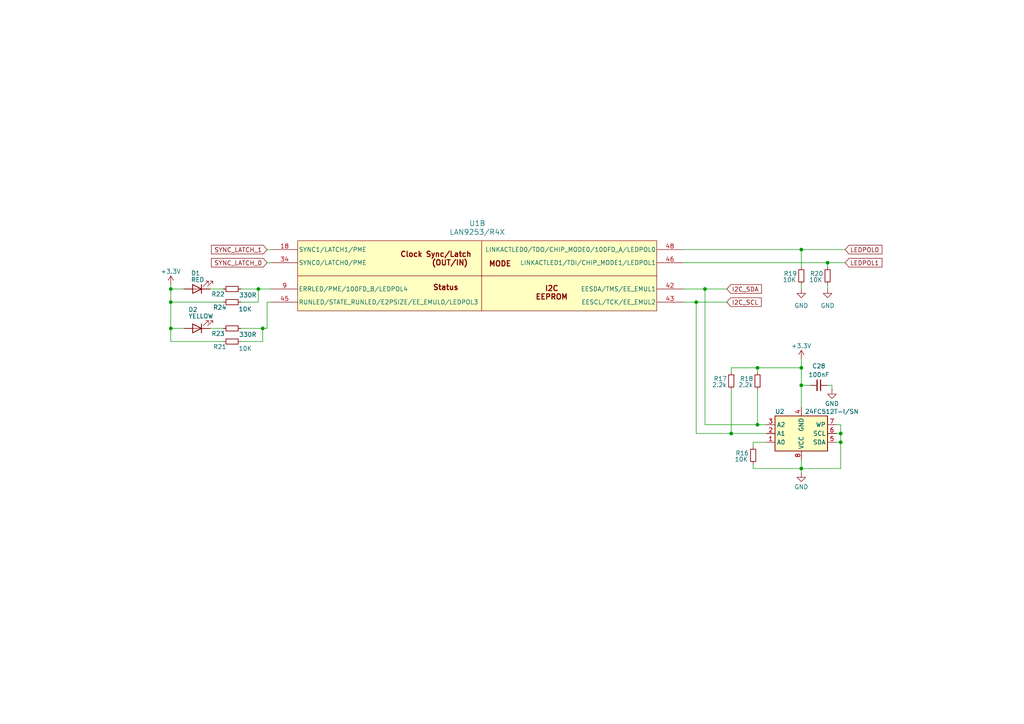
<source format=kicad_sch>
(kicad_sch (version 20231120) (generator "eeschema") (generator_version "8.0")
  (paper "A4")
  (lib_symbols
    (symbol "470_specific_microchip:LAN9253_R4X" (pin_names (offset 0.254))
      (property "Reference" "U" (at -38.1 29.464 0))
      (property "Value" "LAN9253/R4X" (at -30.226 -31.242 0))
      (symbol "LAN9253_R4X_1_1"
        (rectangle (start -38.1 27.94) (end 38.1 -29.21) (fill (type background)))
        (polyline (pts (xy 0 -7.62) (xy 38.1 -7.62)))
        (polyline (pts (xy 38.1 13.97) (xy -38.1 13.97)))
        (polyline (pts (xy -38.1 -3.81) (xy 0 -3.81) (xy 0 13.97)))
        (polyline (pts (xy 0 -2.54) (xy 0 -29.21) (xy -38.1 -29.21)))
        (text "INT PORT1" (at 15.748 3.556 0) (effects (font (size 1.524 1.524) (thickness 0.3048) (bold yes))))
        (text "INT PORT2" (at 15.24 -19.05 0) (effects (font (size 1.524 1.524) (thickness 0.3048) (bold yes))))
        (text "OCS" (at -14.224 5.08 0) (effects (font (size 1.524 1.524) (thickness 0.3048) (bold yes))))
        (text "OTHER \nSIGNALS" (at -13.462 -12.954 0) (effects (font (size 1.524 1.524) (thickness 0.3048) (bold yes))))
        (text "POWER" (at -35.306 20.574 900) (effects (font (size 1.524 1.524) (thickness 0.3048) (bold yes))))
        (pin input line (at -45.72 7.62 0) (length 7.62) (name "OSCI") (number "1"))
        (pin bidirectional line (at -45.72 -15.24 0) (length 7.62) (name "RST#") (number "11"))
        (pin power_in line (at -5.08 35.56 270) (length 7.62) (name "VDDIO") (number "14"))
        (pin output line (at -45.72 3.81 0) (length 7.62) (name "OSCO") (number "2"))
        (pin power_in line (at -2.54 35.56 270) (length 7.62) (name "VDDIO") (number "20"))
        (pin power_in line (at 15.24 35.56 270) (length 7.62) (name "VDDCR") (number "24"))
        (pin power_in line (at -45.72 11.43 0) (length 7.62) (name "OSCVDD12") (number "3"))
        (pin power_in line (at 0 35.56 270) (length 7.62) (name "VDDIO") (number "32"))
        (pin power_in line (at 2.54 35.56 270) (length 7.62) (name "VDDIO") (number "37"))
        (pin power_in line (at 17.78 35.56 270) (length 7.62) (name "VDDCR") (number "38"))
        (pin power_out line (at -45.72 0 0) (length 7.62) (name "OSCVSS") (number "4"))
        (pin input line (at -45.72 -26.67 0) (length 7.62) (name "TESTMODE") (number "41"))
        (pin bidirectional line (at -45.72 -19.05 0) (length 7.62) (name "IRQ/LATCH1") (number "44"))
        (pin power_in line (at 5.08 35.56 270) (length 7.62) (name "VDDIO") (number "47"))
        (pin power_in line (at -12.7 35.56 270) (length 7.62) (name "VDD33") (number "5"))
        (pin power_in line (at -30.48 35.56 270) (length 7.62) (name "VDD33TXRX1") (number "51"))
        (pin unspecified line (at 45.72 7.62 180) (length 7.62) (name "TNXA") (number "52"))
        (pin unspecified line (at 45.72 5.08 180) (length 7.62) (name "TXPA") (number "53"))
        (pin unspecified line (at 45.72 2.54 180) (length 7.62) (name "RXNA") (number "54"))
        (pin unspecified line (at 45.72 0 180) (length 7.62) (name "RXPA") (number "55"))
        (pin power_in line (at 25.4 35.56 270) (length 7.62) (name "VDD12TX1") (number "56"))
        (pin unspecified line (at -45.72 -11.43 0) (length 7.62) (name "RBIAS") (number "57"))
        (pin power_in line (at -20.32 35.56 270) (length 7.62) (name "VDD33BIAS") (number "58"))
        (pin power_in line (at 27.94 35.56 270) (length 7.62) (name "VDD12TX2") (number "59"))
        (pin power_in line (at 12.7 35.56 270) (length 7.62) (name "VDDCR") (number "6"))
        (pin unspecified line (at 45.72 -22.86 180) (length 7.62) (name "RXPB") (number "60"))
        (pin unspecified line (at 45.72 -20.32 180) (length 7.62) (name "RXNB") (number "61"))
        (pin unspecified line (at 45.72 -17.78 180) (length 7.62) (name "TXPB") (number "62"))
        (pin unspecified line (at 45.72 -15.24 180) (length 7.62) (name "TXNB") (number "63"))
        (pin power_in line (at -27.94 35.56 270) (length 7.62) (name "VDD33TXRX2") (number "64"))
        (pin power_out line (at 35.56 35.56 270) (length 7.62) (name "GND") (number "65"))
        (pin unspecified line (at -45.72 -7.62 0) (length 7.62) (name "REG_EN") (number "7"))
        (pin bidirectional line (at -45.72 -22.86 0) (length 7.62) (name "CLK_25/CLK_25_EN/XTAL_MODE") (number "8"))
      )
      (symbol "LAN9253_R4X_2_1"
        (rectangle (start -53.34 10.16) (end 50.8 -10.16) (fill (type background)))
        (polyline (pts (xy -53.34 0) (xy 50.8 0)))
        (polyline (pts (xy 0 10.16) (xy 0 -10.16)))
        (text "Clock Sync/Latch \n      (OUT/IN)" (at -12.7 5.08 0) (effects (font (size 1.524 1.524) (thickness 0.3048) (bold yes))))
        (text "I2C\nEEPROM" (at 20.32 -4.826 0) (effects (font (size 1.524 1.524) (thickness 0.3048) (bold yes))))
        (text "MODE" (at 5.334 3.556 0) (effects (font (size 1.524 1.524) (thickness 0.3048) (bold yes))))
        (text "Status" (at -10.414 -3.302 0) (effects (font (size 1.524 1.524) (thickness 0.3048) (bold yes))))
        (pin bidirectional line (at -60.96 7.62 0) (length 7.62) (name "SYNC1/LATCH1/PME") (number "18"))
        (pin bidirectional line (at -60.96 3.81 0) (length 7.62) (name "SYNC0/LATCH0/PME") (number "34"))
        (pin bidirectional line (at 58.42 -3.81 180) (length 7.62) (name "EESDA/TMS/EE_EMUL1") (number "42"))
        (pin bidirectional line (at 58.42 -7.62 180) (length 7.62) (name "EESCL/TCK/EE_EMUL2") (number "43"))
        (pin bidirectional line (at -60.96 -7.62 0) (length 7.62) (name "RUNLED/STATE_RUNLED/E2PSIZE/EE_EMUL0/LEDPOL3") (number "45"))
        (pin bidirectional line (at 58.42 3.81 180) (length 7.62) (name "LINKACTLED1/TDI/CHIP_MODE1/LEDPOL1") (number "46"))
        (pin bidirectional line (at 58.42 7.62 180) (length 7.62) (name "LINKACTLED0/TDO/CHIP_MODE0/100FD_A/LEDPOL0") (number "48"))
        (pin bidirectional line (at -60.96 -3.81 0) (length 7.62) (name "ERRLED/PME/100FD_B/LEDPOL4") (number "9"))
      )
      (symbol "LAN9253_R4X_3_1"
        (rectangle (start -45.72 -11.43) (end 0 -24.13))
        (rectangle (start -45.72 19.05) (end 44.45 -24.13) (fill (type background)))
        (rectangle (start -7.62 19.05) (end -45.72 -6.35))
        (text "DNP" (at -27.0897 -13.8086 0) (effects (font (size 1.524 1.524) (thickness 0.3048) (bold yes))))
        (text "SPI" (at -27.432 -3.048 0) (effects (font (size 1.524 1.524) (thickness 0.3048) (bold yes))))
        (pin bidirectional line (at -53.34 -20.32 0) (length 7.62) (name "WAIT_ACK/PME/LATCH0//EE_EMUL_SPI3") (number "10"))
        (pin bidirectional line (at -53.34 13.97 0) (length 7.62) (name "D2/AD2/SOF/SIO2/EE_EMUL_SPI0") (number "12"))
        (pin bidirectional line (at -53.34 11.43 0) (length 7.62) (name "D1/AD1/EOF/SO/SIO1") (number "13"))
        (pin bidirectional line (at 52.07 -3.81 180) (length 7.62) (name "D14/AD14/DIGIO8/GPI8/GPO8/MII_TXD3/TX_SHIFT1") (number "15"))
        (pin bidirectional line (at 52.07 16.51 180) (length 7.62) (name "D13/AD13/DIGIO7/GPI7/GPO7/MII_TXD2/TX_SHIFT0") (number "16"))
        (pin bidirectional line (at -53.34 8.89 0) (length 7.62) (name "D0/AD0/WD_STATE/SI/SIO0") (number "17"))
        (pin bidirectional line (at -53.34 3.81 0) (length 7.62) (name "D9/AD9/LATCH_IN/SCK") (number "19"))
        (pin bidirectional line (at 52.07 13.97 180) (length 7.62) (name "D12/AD12/DIGIO6/GPI6/GPO6/MII_TXD1/100FD_B") (number "21"))
        (pin bidirectional line (at 52.07 11.43 180) (length 7.62) (name "D11/AD11/DIGIO5/GPI5/GPO5/MII_TXD0/100FD_A") (number "22"))
        (pin bidirectional line (at 52.07 8.89 180) (length 7.62) (name "D10/AD10/DIGIO4/GPI4/GPO4/MII_TXEN") (number "23"))
        (pin bidirectional line (at -53.34 -17.78 0) (length 7.62) (name "A1/ALELO/OE_EXT/MII_CLK25//EE_EMUL_SPI2") (number "25"))
        (pin bidirectional line (at 52.07 -11.43 180) (length 7.62) (name "A3/BE0/DIGIO11/GPI11/GPO11/MII_RXDV") (number "26"))
        (pin bidirectional line (at 52.07 -13.97 180) (length 7.62) (name "A4/BE1/DIGIO12/GPI12/GPO12/MII_RXD0") (number "27"))
        (pin bidirectional line (at 52.07 -16.51 180) (length 7.62) (name "CS/DIGIO13/GPI13/GPO13/MII_RXD1") (number "28"))
        (pin bidirectional line (at 52.07 -8.89 180) (length 7.62) (name "A2/ALEHI/DIGIO10/GPI10/GPO10/LINKACTLED2/EE_EMUL_ALELO_POL/MII_LINKPOL/LEDPOL2") (number "29"))
        (pin bidirectional line (at 52.07 -19.05 180) (length 7.62) (name "WR/ENB/DIGIO14/GPI14/GPO14/MII_RXD2") (number "30"))
        (pin bidirectional line (at 52.07 -21.59 180) (length 7.62) (name "RD/RD_WR/DIGIO15/GPI15/GPO15/MII_RXD3") (number "31"))
        (pin bidirectional line (at 52.07 -6.35 180) (length 7.62) (name "A0/D15/AD15/DIGIO9/GPI9/GPO9/MII_RXER") (number "33"))
        (pin bidirectional line (at -53.34 16.51 0) (length 7.62) (name "D3/AD3/WD_TRIG/SIO3/EE_EMUL_SPI1") (number "35"))
        (pin bidirectional line (at 52.07 -1.27 180) (length 7.62) (name "D6/AD6/DIGIO0/GPI0/GPO0/MII_RXCLK") (number "36"))
        (pin bidirectional line (at 52.07 1.27 180) (length 7.62) (name "D7/AD7/DIGIO1/GPI1/GPO1/MII_MDC") (number "39"))
        (pin bidirectional line (at 52.07 3.81 180) (length 7.62) (name "D8/AD8/DIGIO2/GPI2/GPO2/MII_MDIO") (number "40"))
        (pin bidirectional line (at 52.07 6.35 180) (length 7.62) (name "D4/AD4/DIGIO3/GPI3/GPO3/MII_LINK") (number "49"))
        (pin bidirectional line (at -53.34 6.35 0) (length 7.62) (name "D5/AD5/OUTVALID/SCS#") (number "50"))
      )
    )
    (symbol "Device:C_Small" (pin_numbers hide) (pin_names (offset 0.254) hide)
      (property "Reference" "C" (at 0.254 1.778 0))
      (property "Value" "C_Small" (at 0.254 -2.032 0))
      (symbol "C_Small_0_1"
        (polyline (pts (xy -1.524 -0.508) (xy 1.524 -0.508)) (stroke (width 0.3302)))
        (polyline (pts (xy -1.524 0.508) (xy 1.524 0.508)) (stroke (width 0.3048)))
      )
      (symbol "C_Small_1_1"
        (pin passive line (at 0 2.54 270) (length 2.032) (name "~") (number "1"))
        (pin passive line (at 0 -2.54 90) (length 2.032) (name "~") (number "2"))
      )
    )
    (symbol "Device:LED" (pin_numbers hide) (pin_names (offset 1.016) hide)
      (property "Reference" "D" (at 0 2.54 0))
      (property "Value" "LED" (at 0 -2.54 0))
      (symbol "LED_0_1"
        (polyline (pts (xy -1.27 -1.27) (xy -1.27 1.27)) (stroke (width 0.254)))
        (polyline (pts (xy -1.27 0) (xy 1.27 0)))
        (polyline (pts (xy 1.27 -1.27) (xy 1.27 1.27) (xy -1.27 0) (xy 1.27 -1.27)) (stroke (width 0.254)))
        (polyline (pts (xy -3.048 -0.762) (xy -4.572 -2.286) (xy -3.81 -2.286) (xy -4.572 -2.286) (xy -4.572 -1.524)))
        (polyline (pts (xy -1.778 -0.762) (xy -3.302 -2.286) (xy -2.54 -2.286) (xy -3.302 -2.286) (xy -3.302 -1.524)))
      )
      (symbol "LED_1_1"
        (pin passive line (at -3.81 0 0) (length 2.54) (name "K") (number "1"))
        (pin passive line (at 3.81 0 180) (length 2.54) (name "A") (number "2"))
      )
    )
    (symbol "Device:R_Small" (pin_numbers hide) (pin_names (offset 0.254) hide)
      (property "Reference" "R" (at 0.762 0.508 0))
      (property "Value" "R_Small" (at 0.762 -1.016 0))
      (symbol "R_Small_0_1"
        (rectangle (start -0.762 1.778) (end 0.762 -1.778) (stroke (width 0.2032)))
      )
      (symbol "R_Small_1_1"
        (pin passive line (at 0 2.54 270) (length 0.762) (name "~") (number "1"))
        (pin passive line (at 0 -2.54 90) (length 0.762) (name "~") (number "2"))
      )
    )
    (symbol "Memory_EEPROM:AT24CS01-MAHM"
      (property "Reference" "U" (at -7.62 6.35 0))
      (property "Value" "AT24CS01-MAHM" (at 2.54 -6.35 0))
      (symbol "AT24CS01-MAHM_1_1"
        (rectangle (start -7.62 5.08) (end 7.62 -5.08) (stroke (width 0.254)) (fill (type background)))
        (pin input line (at -10.16 2.54 0) (length 2.54) (name "A0") (number "1"))
        (pin input line (at -10.16 0 0) (length 2.54) (name "A1") (number "2"))
        (pin input line (at -10.16 -2.54 0) (length 2.54) (name "A2") (number "3"))
        (pin power_in line (at 0 -7.62 90) (length 2.54) (name "GND") (number "4"))
        (pin bidirectional line (at 10.16 2.54 180) (length 2.54) (name "SDA") (number "5"))
        (pin input line (at 10.16 0 180) (length 2.54) (name "SCL") (number "6"))
        (pin input line (at 10.16 -2.54 180) (length 2.54) (name "WP") (number "7"))
        (pin power_in line (at 0 7.62 270) (length 2.54) (name "VCC") (number "8"))
      )
    )
    (symbol "power:+3.3V" (power) (pin_numbers hide) (pin_names (offset 0) hide)
      (property "Value" "+3.3V" (at 0 3.556 0))
      (symbol "+3.3V_0_1"
        (polyline (pts (xy -0.762 1.27) (xy 0 2.54)))
        (polyline (pts (xy 0 0) (xy 0 2.54)))
        (polyline (pts (xy 0 2.54) (xy 0.762 1.27)))
      )
      (symbol "+3.3V_1_1"
        (pin power_in line (at 0 0 90) (length 0) (name "~") (number "1"))
      )
    )
    (symbol "power:GND" (power) (pin_numbers hide) (pin_names (offset 0) hide)
      (property "Value" "GND" (at 0 -3.81 0))
      (symbol "GND_0_1"
        (polyline (pts (xy 0 0) (xy 0 -1.27) (xy 1.27 -1.27) (xy 0 -2.54) (xy -1.27 -1.27) (xy 0 -1.27)))
      )
      (symbol "GND_1_1"
        (pin power_in line (at 0 0 270) (length 0) (name "~") (number "1"))
      )
    )
  )
  (junction (at 204.47 83.82))
  (junction (at 201.93 87.63))
  (junction (at 232.41 106.68))
  (junction (at 212.09 125.73))
  (junction (at 232.41 72.39))
  (junction (at 243.84 125.73))
  (junction (at 219.71 123.19))
  (junction (at 232.41 135.89))
  (junction (at 219.71 106.68))
  (junction (at 76.2 95.25))
  (junction (at 49.53 83.82))
  (junction (at 49.53 95.25))
  (junction (at 49.53 87.63))
  (junction (at 240.03 76.2))
  (junction (at 232.41 111.76))
  (junction (at 243.84 128.27))
  (junction (at 74.93 83.82))
  (wire (pts (xy 212.09 113.03) (xy 212.09 125.73)))
  (wire (pts (xy 243.84 123.19) (xy 243.84 125.73)))
  (wire (pts (xy 77.47 95.25) (xy 77.47 87.63)))
  (wire (pts (xy 60.96 83.82) (xy 64.77 83.82)))
  (wire (pts (xy 69.85 95.25) (xy 76.2 95.25)))
  (wire (pts (xy 243.84 128.27) (xy 242.57 128.27)))
  (wire (pts (xy 76.2 99.06) (xy 69.85 99.06)))
  (wire (pts (xy 204.47 123.19) (xy 219.71 123.19)))
  (wire (pts (xy 204.47 83.82) (xy 210.82 83.82)))
  (wire (pts (xy 243.84 125.73) (xy 243.84 128.27)))
  (wire (pts (xy 198.12 76.2) (xy 240.03 76.2)))
  (wire (pts (xy 218.44 128.27) (xy 218.44 129.54)))
  (wire (pts (xy 232.41 133.35) (xy 232.41 135.89)))
  (wire (pts (xy 49.53 82.55) (xy 49.53 83.82)))
  (wire (pts (xy 74.93 83.82) (xy 78.74 83.82)))
  (wire (pts (xy 64.77 99.06) (xy 49.53 99.06)))
  (wire (pts (xy 242.57 123.19) (xy 243.84 123.19)))
  (wire (pts (xy 232.41 82.55) (xy 232.41 83.82)))
  (wire (pts (xy 77.47 72.39) (xy 78.74 72.39)))
  (wire (pts (xy 49.53 87.63) (xy 49.53 95.25)))
  (wire (pts (xy 212.09 107.95) (xy 212.09 106.68)))
  (wire (pts (xy 198.12 83.82) (xy 204.47 83.82)))
  (wire (pts (xy 49.53 99.06) (xy 49.53 95.25)))
  (wire (pts (xy 219.71 113.03) (xy 219.71 123.19)))
  (wire (pts (xy 232.41 111.76) (xy 234.95 111.76)))
  (wire (pts (xy 219.71 107.95) (xy 219.71 106.68)))
  (wire (pts (xy 198.12 87.63) (xy 201.93 87.63)))
  (wire (pts (xy 240.03 82.55) (xy 240.03 83.82)))
  (wire (pts (xy 77.47 95.25) (xy 76.2 95.25)))
  (wire (pts (xy 240.03 111.76) (xy 241.3 111.76)))
  (wire (pts (xy 198.12 72.39) (xy 232.41 72.39)))
  (wire (pts (xy 77.47 87.63) (xy 78.74 87.63)))
  (wire (pts (xy 222.25 128.27) (xy 218.44 128.27)))
  (wire (pts (xy 218.44 135.89) (xy 232.41 135.89)))
  (wire (pts (xy 219.71 106.68) (xy 232.41 106.68)))
  (wire (pts (xy 74.93 87.63) (xy 74.93 83.82)))
  (wire (pts (xy 204.47 83.82) (xy 204.47 123.19)))
  (wire (pts (xy 232.41 118.11) (xy 232.41 111.76)))
  (wire (pts (xy 241.3 111.76) (xy 241.3 113.03)))
  (wire (pts (xy 243.84 128.27) (xy 243.84 135.89)))
  (wire (pts (xy 49.53 87.63) (xy 49.53 83.82)))
  (wire (pts (xy 64.77 87.63) (xy 49.53 87.63)))
  (wire (pts (xy 243.84 125.73) (xy 242.57 125.73)))
  (wire (pts (xy 49.53 95.25) (xy 53.34 95.25)))
  (wire (pts (xy 232.41 72.39) (xy 245.11 72.39)))
  (wire (pts (xy 240.03 76.2) (xy 240.03 77.47)))
  (wire (pts (xy 77.47 76.2) (xy 78.74 76.2)))
  (wire (pts (xy 232.41 135.89) (xy 232.41 137.16)))
  (wire (pts (xy 232.41 104.14) (xy 232.41 106.68)))
  (wire (pts (xy 212.09 125.73) (xy 222.25 125.73)))
  (wire (pts (xy 76.2 95.25) (xy 76.2 99.06)))
  (wire (pts (xy 219.71 123.19) (xy 222.25 123.19)))
  (wire (pts (xy 232.41 106.68) (xy 232.41 111.76)))
  (wire (pts (xy 232.41 72.39) (xy 232.41 77.47)))
  (wire (pts (xy 69.85 87.63) (xy 74.93 87.63)))
  (wire (pts (xy 201.93 87.63) (xy 201.93 125.73)))
  (wire (pts (xy 201.93 87.63) (xy 210.82 87.63)))
  (wire (pts (xy 60.96 95.25) (xy 64.77 95.25)))
  (wire (pts (xy 69.85 83.82) (xy 74.93 83.82)))
  (wire (pts (xy 240.03 76.2) (xy 245.11 76.2)))
  (wire (pts (xy 212.09 106.68) (xy 219.71 106.68)))
  (wire (pts (xy 218.44 134.62) (xy 218.44 135.89)))
  (wire (pts (xy 49.53 83.82) (xy 53.34 83.82)))
  (wire (pts (xy 201.93 125.73) (xy 212.09 125.73)))
  (wire (pts (xy 243.84 135.89) (xy 232.41 135.89)))
  (global_label "I2C_SCL" (shape input) (at 210.82 87.63 0) (property "Intersheetrefs" "${INTERSHEET_REFS}" (effects (hide yes))))
  (global_label "SYNC_LATCH_1" (shape input) (at 77.47 72.39 180) (property "Intersheetrefs" "${INTERSHEET_REFS}" (effects (hide yes))))
  (global_label "LEDPOL0" (shape input) (at 245.11 72.39 0) (property "Intersheetrefs" "${INTERSHEET_REFS}" (effects (hide yes))))
  (global_label "LEDPOL1" (shape input) (at 245.11 76.2 0) (property "Intersheetrefs" "${INTERSHEET_REFS}" (effects (hide yes))))
  (global_label "I2C_SDA" (shape input) (at 210.82 83.82 0) (property "Intersheetrefs" "${INTERSHEET_REFS}" (effects (hide yes))))
  (global_label "SYNC_LATCH_0" (shape input) (at 77.47 76.2 180) (property "Intersheetrefs" "${INTERSHEET_REFS}" (effects (hide yes))))
  (symbol (lib_id "Device:LED") (at 57.15 95.25 180) (unit 1)
    (property "Reference" "D2" (at 54.61 89.789 0) (effects (justify right)))
    (property "Value" "YELLOW" (at 54.61 91.694 0) (effects (justify right)))
    (property "Footprint" "LED_SMD:LED_0603_1608Metric_Pad1.05x0.95mm_HandSolder" (effects (hide yes)))
    (property "Man" "Lite-on" (effects (hide yes)))
    (property "Man No" "LTST-C191KSKT" (effects (hide yes)))
    (property "Disti" "Digikey" (effects (hide yes)))
    (property "Disti No" "160-1448-1-ND" (effects (hide yes)))
  )
  (symbol (lib_id "Device:C_Small") (at 237.49 111.76 270) (unit 1)
    (property "Reference" "C28" (at 237.49 106.172 90))
    (property "Value" "100nF" (at 237.49 108.712 90))
    (property "Footprint" "Capacitor_SMD:C_0603_1608Metric_Pad1.08x0.95mm_HandSolder" (effects (hide yes)))
    (property "Man" "Samsung" (effects (hide yes)))
    (property "Man No" "CL10B104KB8NNWC" (effects (hide yes)))
    (property "Disti" "Digikey" (effects (hide yes)))
    (property "Disti No" "1276-1935-1-ND" (effects (hide yes)))
  )
  (symbol (lib_id "power:+3.3V") (at 49.53 82.55 0) (unit 1)
    (property "Reference" "#PWR037" (effects (hide yes)))
    (property "Value" "+3.3V" (at 49.53 78.74 0))
    (property "Description" "Power symbol creates a global label with name \"+3.3V\"" (effects (hide yes)))
  )
  (symbol (lib_id "Device:R_Small") (at 240.03 80.01 180) (unit 1)
    (property "Reference" "R20" (at 236.855 79.375 0))
    (property "Value" "10K" (at 236.601 81.153 0))
    (property "Footprint" "Resistor_SMD:R_0603_1608Metric" (effects (hide yes)))
    (property "Description" "Resistor, small symbol" (effects (hide yes)))
    (property "Man" "Yageo" (effects (hide yes)))
    (property "Man_No" "RC0603FR-0710KL" (effects (hide yes)))
    (property "Disti" "Digikey" (effects (hide yes)))
    (property "Disti_No" "311-10.0KHRCT-ND" (effects (hide yes)))
  )
  (symbol (lib_id "Device:R_Small") (at 67.31 83.82 270) (unit 1)
    (property "Reference" "R22" (at 63.246 85.344 90))
    (property "Value" "330R" (at 71.882 85.598 90))
    (property "Footprint" "Resistor_SMD:R_0603_1608Metric" (effects (hide yes)))
    (property "Description" "Resistor, small symbol" (effects (hide yes)))
    (property "Man" "Yageo" (effects (hide yes)))
    (property "Man_No" "RC0603FR-07330RL" (effects (hide yes)))
    (property "Disti" "Digikey" (effects (hide yes)))
    (property "Disti_No" "311-330HRCT-ND" (effects (hide yes)))
  )
  (symbol (lib_id "power:GND") (at 240.03 83.82 0) (mirror y) (unit 1)
    (property "Reference" "#PWR036" (effects (hide yes)))
    (property "Value" "GND" (at 240.03 88.646 0))
    (property "Description" "Power symbol creates a global label with name \"GND\" , ground" (effects (hide yes)))
  )
  (symbol (lib_id "power:+3.3V") (at 232.41 104.14 0) (unit 1)
    (property "Reference" "#PWR034" (effects (hide yes)))
    (property "Value" "+3.3V" (at 232.41 100.33 0))
    (property "Description" "Power symbol creates a global label with name \"+3.3V\"" (effects (hide yes)))
  )
  (symbol (lib_id "Device:R_Small") (at 232.41 80.01 180) (unit 1)
    (property "Reference" "R19" (at 229.235 79.375 0))
    (property "Value" "10K" (at 228.981 81.153 0))
    (property "Footprint" "Resistor_SMD:R_0603_1608Metric" (effects (hide yes)))
    (property "Description" "Resistor, small symbol" (effects (hide yes)))
    (property "Man" "Yageo" (effects (hide yes)))
    (property "Man_No" "RC0603FR-0710KL" (effects (hide yes)))
    (property "Disti" "Digikey" (effects (hide yes)))
    (property "Disti_No" "311-10.0KHRCT-ND" (effects (hide yes)))
  )
  (symbol (lib_id "Device:R_Small") (at 219.71 110.49 180) (unit 1)
    (property "Reference" "R18" (at 216.535 109.855 0))
    (property "Value" "2.2k" (at 216.281 111.633 0))
    (property "Footprint" "Resistor_SMD:R_0603_1608Metric" (effects (hide yes)))
    (property "Description" "Resistor, small symbol" (effects (hide yes)))
    (property "Man" "Yageo" (effects (hide yes)))
    (property "Man_No" "RC0603FR-072K2L" (effects (hide yes)))
    (property "Disti" "Digikey" (effects (hide yes)))
    (property "Disti_No" "311-2.20KHRCT-ND" (effects (hide yes)))
  )
  (symbol (lib_id "Device:R_Small") (at 67.31 87.63 270) (unit 1)
    (property "Reference" "R24" (at 63.754 89.154 90))
    (property "Value" "10K" (at 71.12 89.662 90))
    (property "Footprint" "Resistor_SMD:R_0603_1608Metric" (effects (hide yes)))
    (property "Description" "Resistor, small symbol" (effects (hide yes)))
    (property "Man" "Yageo" (effects (hide yes)))
    (property "Man_No" "RC0603FR-0710KL" (effects (hide yes)))
    (property "Disti" "Digikey" (effects (hide yes)))
    (property "Disti_No" "311-10.0KHRCT-ND" (effects (hide yes)))
  )
  (symbol (lib_id "Device:R_Small") (at 212.09 110.49 180) (unit 1)
    (property "Reference" "R17" (at 208.915 109.855 0))
    (property "Value" "2.2k" (at 208.661 111.633 0))
    (property "Footprint" "Resistor_SMD:R_0603_1608Metric" (effects (hide yes)))
    (property "Description" "Resistor, small symbol" (effects (hide yes)))
    (property "Man" "Yageo" (effects (hide yes)))
    (property "Man_No" "RC0603FR-072K2L" (effects (hide yes)))
    (property "Disti" "Digikey" (effects (hide yes)))
    (property "Disti_No" "311-2.20KHRCT-ND" (effects (hide yes)))
  )
  (symbol (lib_id "Device:R_Small") (at 218.44 132.08 180) (unit 1)
    (property "Reference" "R16" (at 215.265 131.445 0))
    (property "Value" "10K" (at 215.011 133.223 0))
    (property "Footprint" "Resistor_SMD:R_0603_1608Metric" (effects (hide yes)))
    (property "Description" "Resistor, small symbol" (effects (hide yes)))
    (property "Man" "Yageo" (effects (hide yes)))
    (property "Man_No" "RC0603FR-0710KL" (effects (hide yes)))
    (property "Disti" "Digikey" (effects (hide yes)))
    (property "Disti_No" "311-10.0KHRCT-ND" (effects (hide yes)))
  )
  (symbol (lib_id "power:GND") (at 232.41 83.82 0) (mirror y) (unit 1)
    (property "Reference" "#PWR035" (effects (hide yes)))
    (property "Value" "GND" (at 232.41 88.646 0))
    (property "Description" "Power symbol creates a global label with name \"GND\" , ground" (effects (hide yes)))
  )
  (symbol (lib_id "Device:R_Small") (at 67.31 99.06 270) (unit 1)
    (property "Reference" "R21" (at 63.754 100.584 90))
    (property "Value" "10K" (at 71.12 101.092 90))
    (property "Footprint" "Resistor_SMD:R_0603_1608Metric" (effects (hide yes)))
    (property "Description" "Resistor, small symbol" (effects (hide yes)))
    (property "Man" "Yageo" (effects (hide yes)))
    (property "Man_No" "RC0603FR-0710KL" (effects (hide yes)))
    (property "Disti" "Digikey" (effects (hide yes)))
    (property "Disti_No" "311-10.0KHRCT-ND" (effects (hide yes)))
  )
  (symbol (lib_id "Device:LED") (at 57.15 83.82 180) (unit 1)
    (property "Reference" "D1" (at 55.372 79.248 0) (effects (justify right)))
    (property "Value" "RED" (at 55.372 81.153 0) (effects (justify right)))
    (property "Footprint" "LED_SMD:LED_0603_1608Metric_Pad1.05x0.95mm_HandSolder" (effects (hide yes)))
    (property "Man" "Lite-on" (effects (hide yes)))
    (property "Man No" "LTST-C191KRKT" (effects (hide yes)))
    (property "Disti" "Digikey" (effects (hide yes)))
    (property "Disti No" "160-1447-1-ND" (effects (hide yes)))
  )
  (symbol (lib_id "Memory_EEPROM:AT24CS01-MAHM") (at 232.41 125.73 0) (mirror x) (unit 1)
    (property "Reference" "U2" (at 224.79 119.38 0) (effects (justify left)))
    (property "Value" "24FC512T-I/SN" (at 233.426 119.38 0) (effects (justify left)))
    (property "Footprint" "Package_SO:SOIC-8_3.9x4.9mm_P1.27mm" (effects (hide yes)))
    (property "Datasheet" "https://ww1.microchip.com/downloads/en/DeviceDoc/24AA512-24LC512-24FC512-512K-Bit-I2C-Serial-EEPROM-20001754Q.pdf" (effects (hide yes)))
    (property "Description" "512K I2C Serial EEPROM 64K x 8-bit" (effects (hide yes)))
    (property "Man" "Micochip" (effects (hide yes)))
    (property "Man_No" "24FC512T-I/SN " (effects (hide yes)))
    (property "Disti" "Digikey" (effects (hide yes)))
    (property "Disti_No" "24FC512T-I/SNCT-ND" (effects (hide yes)))
  )
  (symbol (lib_id "470_specific_microchip:LAN9253_R4X") (at 139.7 80.01 0) (unit 2)
    (property "Reference" "U1" (at 138.43 64.77 0) (effects (font (size 1.524 1.524))))
    (property "Value" "LAN9253/R4X" (at 138.43 67.31 0) (effects (font (size 1.524 1.524))))
    (property "Footprint" "Package_DFN_QFN:QFN-64-1EP_9x9mm_P0.5mm_EP6x6mm_ThermalVias" (effects (hide yes)))
    (property "Datasheet" "LAN9253/R4X" (effects (hide yes)))
  )
  (symbol (lib_id "power:GND") (at 241.3 113.03 0) (unit 1)
    (property "Reference" "#PWR033" (effects (hide yes)))
    (property "Value" "GND" (at 241.3 117.094 0))
    (property "Description" "Power symbol creates a global label with name \"GND\" , ground" (effects (hide yes)))
  )
  (symbol (lib_id "power:GND") (at 232.41 137.16 0) (mirror y) (unit 1)
    (property "Reference" "#PWR032" (effects (hide yes)))
    (property "Value" "GND" (at 232.41 141.224 0))
    (property "Description" "Power symbol creates a global label with name \"GND\" , ground" (effects (hide yes)))
  )
  (symbol (lib_id "Device:R_Small") (at 67.31 95.25 270) (unit 1)
    (property "Reference" "R23" (at 63.246 96.774 90))
    (property "Value" "330R" (at 71.882 97.028 90))
    (property "Footprint" "Resistor_SMD:R_0603_1608Metric" (effects (hide yes)))
    (property "Description" "Resistor, small symbol" (effects (hide yes)))
    (property "Man" "Yageo" (effects (hide yes)))
    (property "Man_No" "RC0603FR-07330RL" (effects (hide yes)))
    (property "Disti" "Digikey" (effects (hide yes)))
    (property "Disti_No" "311-330HRCT-ND" (effects (hide yes)))
  )
)
</source>
